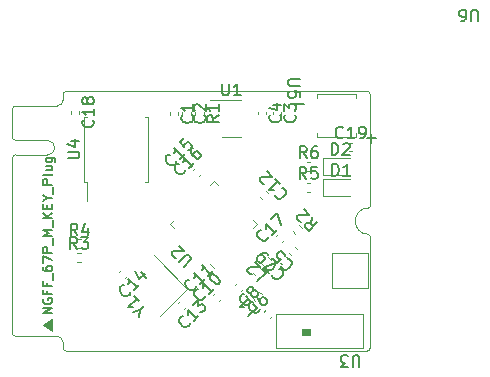
<source format=gbr>
%TF.GenerationSoftware,KiCad,Pcbnew,6.0.7-f9a2dced07~116~ubuntu22.04.1*%
%TF.CreationDate,2022-09-27T00:14:19+08:00*%
%TF.ProjectId,esp32_core_m2,65737033-325f-4636-9f72-655f6d322e6b,rev?*%
%TF.SameCoordinates,Original*%
%TF.FileFunction,Legend,Top*%
%TF.FilePolarity,Positive*%
%FSLAX46Y46*%
G04 Gerber Fmt 4.6, Leading zero omitted, Abs format (unit mm)*
G04 Created by KiCad (PCBNEW 6.0.7-f9a2dced07~116~ubuntu22.04.1) date 2022-09-27 00:14:19*
%MOMM*%
%LPD*%
G01*
G04 APERTURE LIST*
%ADD10C,0.150000*%
%ADD11C,0.120000*%
%ADD12C,0.100000*%
G04 APERTURE END LIST*
D10*
%TO.C,D2*%
X102309704Y-65519580D02*
X102309704Y-64519580D01*
X102547800Y-64519580D01*
X102690657Y-64567200D01*
X102785895Y-64662438D01*
X102833514Y-64757676D01*
X102881133Y-64948152D01*
X102881133Y-65091009D01*
X102833514Y-65281485D01*
X102785895Y-65376723D01*
X102690657Y-65471961D01*
X102547800Y-65519580D01*
X102309704Y-65519580D01*
X103262085Y-64614819D02*
X103309704Y-64567200D01*
X103404942Y-64519580D01*
X103643038Y-64519580D01*
X103738276Y-64567200D01*
X103785895Y-64614819D01*
X103833514Y-64710057D01*
X103833514Y-64805295D01*
X103785895Y-64948152D01*
X103214466Y-65519580D01*
X103833514Y-65519580D01*
%TO.C,D1*%
X102335104Y-67272180D02*
X102335104Y-66272180D01*
X102573200Y-66272180D01*
X102716057Y-66319800D01*
X102811295Y-66415038D01*
X102858914Y-66510276D01*
X102906533Y-66700752D01*
X102906533Y-66843609D01*
X102858914Y-67034085D01*
X102811295Y-67129323D01*
X102716057Y-67224561D01*
X102573200Y-67272180D01*
X102335104Y-67272180D01*
X103858914Y-67272180D02*
X103287485Y-67272180D01*
X103573200Y-67272180D02*
X103573200Y-66272180D01*
X103477961Y-66415038D01*
X103382723Y-66510276D01*
X103287485Y-66557895D01*
%TO.C,C12*%
X98098150Y-68317386D02*
X98165494Y-68317386D01*
X98300181Y-68384730D01*
X98367524Y-68452073D01*
X98434868Y-68586760D01*
X98434868Y-68721447D01*
X98401196Y-68822462D01*
X98300181Y-68990821D01*
X98199166Y-69091836D01*
X98030807Y-69192852D01*
X97929792Y-69226523D01*
X97795105Y-69226523D01*
X97660418Y-69159180D01*
X97593074Y-69091836D01*
X97525731Y-68957149D01*
X97525731Y-68889806D01*
X97492059Y-67576607D02*
X97896120Y-67980668D01*
X97694089Y-67778638D02*
X96986982Y-68485745D01*
X97155341Y-68452073D01*
X97290028Y-68452073D01*
X97391044Y-68485745D01*
X96582921Y-67946997D02*
X96515578Y-67946997D01*
X96414563Y-67913325D01*
X96246204Y-67744966D01*
X96212532Y-67643951D01*
X96212532Y-67576607D01*
X96246204Y-67475592D01*
X96313547Y-67408249D01*
X96448234Y-67340905D01*
X97256356Y-67340905D01*
X96818624Y-66903172D01*
%TO.C,R5*%
X100165333Y-67532180D02*
X99832000Y-67055990D01*
X99593904Y-67532180D02*
X99593904Y-66532180D01*
X99974857Y-66532180D01*
X100070095Y-66579800D01*
X100117714Y-66627419D01*
X100165333Y-66722657D01*
X100165333Y-66865514D01*
X100117714Y-66960752D01*
X100070095Y-67008371D01*
X99974857Y-67055990D01*
X99593904Y-67055990D01*
X101070095Y-66532180D02*
X100593904Y-66532180D01*
X100546285Y-67008371D01*
X100593904Y-66960752D01*
X100689142Y-66913133D01*
X100927238Y-66913133D01*
X101022476Y-66960752D01*
X101070095Y-67008371D01*
X101117714Y-67103609D01*
X101117714Y-67341704D01*
X101070095Y-67436942D01*
X101022476Y-67484561D01*
X100927238Y-67532180D01*
X100689142Y-67532180D01*
X100593904Y-67484561D01*
X100546285Y-67436942D01*
%TO.C,C5*%
X98584745Y-74320156D02*
X98652088Y-74320156D01*
X98786775Y-74387500D01*
X98854119Y-74454844D01*
X98921462Y-74589531D01*
X98921462Y-74724218D01*
X98887791Y-74825233D01*
X98786775Y-74993592D01*
X98685760Y-75094607D01*
X98517401Y-75195622D01*
X98416386Y-75229294D01*
X98281699Y-75229294D01*
X98147012Y-75161950D01*
X98079668Y-75094607D01*
X98012325Y-74959920D01*
X98012325Y-74892576D01*
X97305218Y-74320156D02*
X97641936Y-74656874D01*
X98012325Y-74353828D01*
X97944981Y-74353828D01*
X97843966Y-74320156D01*
X97675607Y-74151798D01*
X97641936Y-74050782D01*
X97641936Y-73983439D01*
X97675607Y-73882424D01*
X97843966Y-73714065D01*
X97944981Y-73680393D01*
X98012325Y-73680393D01*
X98113340Y-73714065D01*
X98281699Y-73882424D01*
X98315371Y-73983439D01*
X98315371Y-74050782D01*
%TO.C,C4*%
X97930352Y-62117266D02*
X97977971Y-62164885D01*
X98025590Y-62307742D01*
X98025590Y-62402980D01*
X97977971Y-62545838D01*
X97882733Y-62641076D01*
X97787495Y-62688695D01*
X97597019Y-62736314D01*
X97454162Y-62736314D01*
X97263686Y-62688695D01*
X97168448Y-62641076D01*
X97073210Y-62545838D01*
X97025590Y-62402980D01*
X97025590Y-62307742D01*
X97073210Y-62164885D01*
X97120829Y-62117266D01*
X97358924Y-61260123D02*
X98025590Y-61260123D01*
X96977971Y-61498219D02*
X97692257Y-61736314D01*
X97692257Y-61117266D01*
%TO.C,C13*%
X90280213Y-79759350D02*
X90280213Y-79826694D01*
X90212869Y-79961381D01*
X90145526Y-80028724D01*
X90010839Y-80096068D01*
X89876152Y-80096068D01*
X89775137Y-80062396D01*
X89606778Y-79961381D01*
X89505763Y-79860366D01*
X89404747Y-79692007D01*
X89371076Y-79590992D01*
X89371076Y-79456305D01*
X89438419Y-79321618D01*
X89505763Y-79254274D01*
X89640450Y-79186931D01*
X89707793Y-79186931D01*
X91020992Y-79153259D02*
X90616931Y-79557320D01*
X90818961Y-79355289D02*
X90111854Y-78648182D01*
X90145526Y-78816541D01*
X90145526Y-78951228D01*
X90111854Y-79052244D01*
X90549587Y-78210450D02*
X90987320Y-77772717D01*
X91020992Y-78277793D01*
X91122007Y-78176778D01*
X91223022Y-78143106D01*
X91290366Y-78143106D01*
X91391381Y-78176778D01*
X91559740Y-78345137D01*
X91593411Y-78446152D01*
X91593411Y-78513495D01*
X91559740Y-78614511D01*
X91357709Y-78816541D01*
X91256694Y-78850213D01*
X91189350Y-78850213D01*
%TO.C,C11*%
X90833336Y-76636451D02*
X90833336Y-76703795D01*
X90765992Y-76838482D01*
X90698649Y-76905825D01*
X90563962Y-76973169D01*
X90429275Y-76973169D01*
X90328260Y-76939497D01*
X90159901Y-76838482D01*
X90058886Y-76737467D01*
X89957870Y-76569108D01*
X89924199Y-76468093D01*
X89924199Y-76333406D01*
X89991542Y-76198719D01*
X90058886Y-76131375D01*
X90193573Y-76064032D01*
X90260916Y-76064032D01*
X91574115Y-76030360D02*
X91170054Y-76434421D01*
X91372084Y-76232390D02*
X90664977Y-75525283D01*
X90698649Y-75693642D01*
X90698649Y-75828329D01*
X90664977Y-75929345D01*
X92247550Y-75356925D02*
X91843489Y-75760986D01*
X92045519Y-75558955D02*
X91338412Y-74851848D01*
X91372084Y-75020207D01*
X91372084Y-75154894D01*
X91338412Y-75255909D01*
%TO.C,C15*%
X89157222Y-66059682D02*
X89157222Y-66127026D01*
X89089878Y-66261713D01*
X89022535Y-66329056D01*
X88887848Y-66396400D01*
X88753161Y-66396400D01*
X88652146Y-66362728D01*
X88483787Y-66261713D01*
X88382772Y-66160698D01*
X88281756Y-65992339D01*
X88248085Y-65891324D01*
X88248085Y-65756637D01*
X88315428Y-65621950D01*
X88382772Y-65554606D01*
X88517459Y-65487263D01*
X88584802Y-65487263D01*
X89898001Y-65453591D02*
X89493940Y-65857652D01*
X89695970Y-65655621D02*
X88988863Y-64948514D01*
X89022535Y-65116873D01*
X89022535Y-65251560D01*
X88988863Y-65352576D01*
X89830657Y-64106721D02*
X89493940Y-64443438D01*
X89796985Y-64813827D01*
X89796985Y-64746484D01*
X89830657Y-64645469D01*
X89999016Y-64477110D01*
X90100031Y-64443438D01*
X90167375Y-64443438D01*
X90268390Y-64477110D01*
X90436749Y-64645469D01*
X90470420Y-64746484D01*
X90470420Y-64813827D01*
X90436749Y-64914843D01*
X90268390Y-65083201D01*
X90167375Y-65116873D01*
X90100031Y-65116873D01*
%TO.C,C6*%
X96195067Y-78523769D02*
X96195067Y-78591112D01*
X96127723Y-78725799D01*
X96060380Y-78793143D01*
X95925692Y-78860486D01*
X95791005Y-78860486D01*
X95689990Y-78826815D01*
X95521631Y-78725799D01*
X95420616Y-78624784D01*
X95319601Y-78456425D01*
X95285929Y-78355410D01*
X95285929Y-78220723D01*
X95353273Y-78086036D01*
X95420616Y-78018692D01*
X95555303Y-77951349D01*
X95622647Y-77951349D01*
X96161395Y-77277914D02*
X96026708Y-77412601D01*
X95993036Y-77513616D01*
X95993036Y-77580960D01*
X96026708Y-77749318D01*
X96127723Y-77917677D01*
X96397097Y-78187051D01*
X96498112Y-78220723D01*
X96565456Y-78220723D01*
X96666471Y-78187051D01*
X96801158Y-78052364D01*
X96834830Y-77951349D01*
X96834830Y-77884005D01*
X96801158Y-77782990D01*
X96632799Y-77614631D01*
X96531784Y-77580960D01*
X96464441Y-77580960D01*
X96363425Y-77614631D01*
X96228738Y-77749318D01*
X96195067Y-77850334D01*
X96195067Y-77917677D01*
X96228738Y-78018692D01*
%TO.C,C18*%
X82085942Y-62552676D02*
X82133561Y-62600295D01*
X82181180Y-62743152D01*
X82181180Y-62838390D01*
X82133561Y-62981247D01*
X82038323Y-63076485D01*
X81943085Y-63124104D01*
X81752609Y-63171723D01*
X81609752Y-63171723D01*
X81419276Y-63124104D01*
X81324038Y-63076485D01*
X81228800Y-62981247D01*
X81181180Y-62838390D01*
X81181180Y-62743152D01*
X81228800Y-62600295D01*
X81276419Y-62552676D01*
X82181180Y-61600295D02*
X82181180Y-62171723D01*
X82181180Y-61886009D02*
X81181180Y-61886009D01*
X81324038Y-61981247D01*
X81419276Y-62076485D01*
X81466895Y-62171723D01*
X81609752Y-61028866D02*
X81562133Y-61124104D01*
X81514514Y-61171723D01*
X81419276Y-61219342D01*
X81371657Y-61219342D01*
X81276419Y-61171723D01*
X81228800Y-61124104D01*
X81181180Y-61028866D01*
X81181180Y-60838390D01*
X81228800Y-60743152D01*
X81276419Y-60695533D01*
X81371657Y-60647914D01*
X81419276Y-60647914D01*
X81514514Y-60695533D01*
X81562133Y-60743152D01*
X81609752Y-60838390D01*
X81609752Y-61028866D01*
X81657371Y-61124104D01*
X81704990Y-61171723D01*
X81800228Y-61219342D01*
X81990704Y-61219342D01*
X82085942Y-61171723D01*
X82133561Y-61124104D01*
X82181180Y-61028866D01*
X82181180Y-60838390D01*
X82133561Y-60743152D01*
X82085942Y-60695533D01*
X81990704Y-60647914D01*
X81800228Y-60647914D01*
X81704990Y-60695533D01*
X81657371Y-60743152D01*
X81609752Y-60838390D01*
%TO.C,R2*%
X100655247Y-70801854D02*
X100554232Y-71374274D01*
X101059308Y-71205915D02*
X100352202Y-71913022D01*
X100082827Y-71643648D01*
X100049156Y-71542633D01*
X100049156Y-71475289D01*
X100082827Y-71374274D01*
X100183843Y-71273259D01*
X100284858Y-71239587D01*
X100352202Y-71239587D01*
X100453217Y-71273259D01*
X100722591Y-71542633D01*
X99746110Y-71172243D02*
X99678766Y-71172243D01*
X99577751Y-71138572D01*
X99409392Y-70970213D01*
X99375721Y-70869197D01*
X99375721Y-70801854D01*
X99409392Y-70700839D01*
X99476736Y-70633495D01*
X99611423Y-70566152D01*
X100419545Y-70566152D01*
X99981812Y-70128419D01*
%TO.C,U2*%
X89779374Y-75001121D02*
X90351794Y-74428701D01*
X90385466Y-74327686D01*
X90385466Y-74260342D01*
X90351794Y-74159327D01*
X90217107Y-74024640D01*
X90116092Y-73990968D01*
X90048748Y-73990968D01*
X89947733Y-74024640D01*
X89375313Y-74597060D01*
X89139611Y-74226670D02*
X89072268Y-74226670D01*
X88971252Y-74192999D01*
X88802894Y-74024640D01*
X88769222Y-73923625D01*
X88769222Y-73856281D01*
X88802894Y-73755266D01*
X88870237Y-73687922D01*
X89004924Y-73620579D01*
X89813046Y-73620579D01*
X89375313Y-73182846D01*
%TO.C,R6*%
X100188733Y-65779580D02*
X99855400Y-65303390D01*
X99617304Y-65779580D02*
X99617304Y-64779580D01*
X99998257Y-64779580D01*
X100093495Y-64827200D01*
X100141114Y-64874819D01*
X100188733Y-64970057D01*
X100188733Y-65112914D01*
X100141114Y-65208152D01*
X100093495Y-65255771D01*
X99998257Y-65303390D01*
X99617304Y-65303390D01*
X101045876Y-64779580D02*
X100855400Y-64779580D01*
X100760161Y-64827200D01*
X100712542Y-64874819D01*
X100617304Y-65017676D01*
X100569685Y-65208152D01*
X100569685Y-65589104D01*
X100617304Y-65684342D01*
X100664923Y-65731961D01*
X100760161Y-65779580D01*
X100950638Y-65779580D01*
X101045876Y-65731961D01*
X101093495Y-65684342D01*
X101141114Y-65589104D01*
X101141114Y-65351009D01*
X101093495Y-65255771D01*
X101045876Y-65208152D01*
X100950638Y-65160533D01*
X100760161Y-65160533D01*
X100664923Y-65208152D01*
X100617304Y-65255771D01*
X100569685Y-65351009D01*
%TO.C,C3*%
X99180142Y-62117266D02*
X99227761Y-62164885D01*
X99275380Y-62307742D01*
X99275380Y-62402980D01*
X99227761Y-62545838D01*
X99132523Y-62641076D01*
X99037285Y-62688695D01*
X98846809Y-62736314D01*
X98703952Y-62736314D01*
X98513476Y-62688695D01*
X98418238Y-62641076D01*
X98323000Y-62545838D01*
X98275380Y-62402980D01*
X98275380Y-62307742D01*
X98323000Y-62164885D01*
X98370619Y-62117266D01*
X98275380Y-61783933D02*
X98275380Y-61164885D01*
X98656333Y-61498219D01*
X98656333Y-61355361D01*
X98703952Y-61260123D01*
X98751571Y-61212504D01*
X98846809Y-61164885D01*
X99084904Y-61164885D01*
X99180142Y-61212504D01*
X99227761Y-61260123D01*
X99275380Y-61355361D01*
X99275380Y-61641076D01*
X99227761Y-61736314D01*
X99180142Y-61783933D01*
%TO.C,R4*%
X80783133Y-72332780D02*
X80449800Y-71856590D01*
X80211704Y-72332780D02*
X80211704Y-71332780D01*
X80592657Y-71332780D01*
X80687895Y-71380400D01*
X80735514Y-71428019D01*
X80783133Y-71523257D01*
X80783133Y-71666114D01*
X80735514Y-71761352D01*
X80687895Y-71808971D01*
X80592657Y-71856590D01*
X80211704Y-71856590D01*
X81640276Y-71666114D02*
X81640276Y-72332780D01*
X81402180Y-71285161D02*
X81164085Y-71999447D01*
X81783133Y-71999447D01*
%TO.C,U3*%
X104647904Y-83478619D02*
X104647904Y-82669095D01*
X104600285Y-82573857D01*
X104552666Y-82526238D01*
X104457428Y-82478619D01*
X104266952Y-82478619D01*
X104171714Y-82526238D01*
X104124095Y-82573857D01*
X104076476Y-82669095D01*
X104076476Y-83478619D01*
X103695523Y-83478619D02*
X103076476Y-83478619D01*
X103409809Y-83097666D01*
X103266952Y-83097666D01*
X103171714Y-83050047D01*
X103124095Y-83002428D01*
X103076476Y-82907190D01*
X103076476Y-82669095D01*
X103124095Y-82573857D01*
X103171714Y-82526238D01*
X103266952Y-82478619D01*
X103552666Y-82478619D01*
X103647904Y-82526238D01*
X103695523Y-82573857D01*
%TO.C,C17*%
X96894725Y-72454662D02*
X96894725Y-72522006D01*
X96827381Y-72656693D01*
X96760038Y-72724036D01*
X96625351Y-72791380D01*
X96490664Y-72791380D01*
X96389649Y-72757708D01*
X96221290Y-72656693D01*
X96120275Y-72555678D01*
X96019259Y-72387319D01*
X95985588Y-72286304D01*
X95985588Y-72151617D01*
X96052931Y-72016930D01*
X96120275Y-71949586D01*
X96254962Y-71882243D01*
X96322305Y-71882243D01*
X97635504Y-71848571D02*
X97231443Y-72252632D01*
X97433473Y-72050601D02*
X96726366Y-71343494D01*
X96760038Y-71511853D01*
X96760038Y-71646540D01*
X96726366Y-71747556D01*
X97164099Y-70905762D02*
X97635504Y-70434357D01*
X98039565Y-71444510D01*
%TO.C,C2*%
X91534742Y-62168066D02*
X91582361Y-62215685D01*
X91629980Y-62358542D01*
X91629980Y-62453780D01*
X91582361Y-62596638D01*
X91487123Y-62691876D01*
X91391885Y-62739495D01*
X91201409Y-62787114D01*
X91058552Y-62787114D01*
X90868076Y-62739495D01*
X90772838Y-62691876D01*
X90677600Y-62596638D01*
X90629980Y-62453780D01*
X90629980Y-62358542D01*
X90677600Y-62215685D01*
X90725219Y-62168066D01*
X90725219Y-61787114D02*
X90677600Y-61739495D01*
X90629980Y-61644257D01*
X90629980Y-61406161D01*
X90677600Y-61310923D01*
X90725219Y-61263304D01*
X90820457Y-61215685D01*
X90915695Y-61215685D01*
X91058552Y-61263304D01*
X91629980Y-61834733D01*
X91629980Y-61215685D01*
%TO.C,C9*%
X97202633Y-74356068D02*
X97269976Y-74356068D01*
X97404663Y-74423412D01*
X97472007Y-74490756D01*
X97539350Y-74625443D01*
X97539350Y-74760130D01*
X97505679Y-74861145D01*
X97404663Y-75029504D01*
X97303648Y-75130519D01*
X97135289Y-75231534D01*
X97034274Y-75265206D01*
X96899587Y-75265206D01*
X96764900Y-75197862D01*
X96697556Y-75130519D01*
X96630213Y-74995832D01*
X96630213Y-74928488D01*
X96933259Y-73952007D02*
X96798572Y-73817320D01*
X96697556Y-73783649D01*
X96630213Y-73783649D01*
X96461854Y-73817320D01*
X96293495Y-73918336D01*
X96024121Y-74187710D01*
X95990450Y-74288725D01*
X95990450Y-74356068D01*
X96024121Y-74457084D01*
X96158808Y-74591771D01*
X96259824Y-74625443D01*
X96327167Y-74625443D01*
X96428182Y-74591771D01*
X96596541Y-74423412D01*
X96630213Y-74322397D01*
X96630213Y-74255053D01*
X96596541Y-74154038D01*
X96461854Y-74019351D01*
X96360839Y-73985679D01*
X96293495Y-73985679D01*
X96192480Y-74019351D01*
%TO.C,U5*%
X99627219Y-59104495D02*
X98817695Y-59104495D01*
X98722457Y-59152114D01*
X98674838Y-59199733D01*
X98627219Y-59294971D01*
X98627219Y-59485447D01*
X98674838Y-59580685D01*
X98722457Y-59628304D01*
X98817695Y-59675923D01*
X99627219Y-59675923D01*
X99627219Y-60628304D02*
X99627219Y-60152114D01*
X99151028Y-60104495D01*
X99198647Y-60152114D01*
X99246266Y-60247352D01*
X99246266Y-60485447D01*
X99198647Y-60580685D01*
X99151028Y-60628304D01*
X99055790Y-60675923D01*
X98817695Y-60675923D01*
X98722457Y-60628304D01*
X98674838Y-60580685D01*
X98627219Y-60485447D01*
X98627219Y-60247352D01*
X98674838Y-60152114D01*
X98722457Y-60104495D01*
%TO.C,C7*%
X97848145Y-75132956D02*
X97915488Y-75132956D01*
X98050175Y-75200300D01*
X98117519Y-75267644D01*
X98184862Y-75402331D01*
X98184862Y-75537018D01*
X98151191Y-75638033D01*
X98050175Y-75806392D01*
X97949160Y-75907407D01*
X97780801Y-76008422D01*
X97679786Y-76042094D01*
X97545099Y-76042094D01*
X97410412Y-75974750D01*
X97343068Y-75907407D01*
X97275725Y-75772720D01*
X97275725Y-75705376D01*
X96972679Y-75537018D02*
X96501275Y-75065613D01*
X97511427Y-74661552D01*
%TO.C,R3*%
X80757733Y-73475780D02*
X80424400Y-72999590D01*
X80186304Y-73475780D02*
X80186304Y-72475780D01*
X80567257Y-72475780D01*
X80662495Y-72523400D01*
X80710114Y-72571019D01*
X80757733Y-72666257D01*
X80757733Y-72809114D01*
X80710114Y-72904352D01*
X80662495Y-72951971D01*
X80567257Y-72999590D01*
X80186304Y-72999590D01*
X81091066Y-72475780D02*
X81710114Y-72475780D01*
X81376780Y-72856733D01*
X81519638Y-72856733D01*
X81614876Y-72904352D01*
X81662495Y-72951971D01*
X81710114Y-73047209D01*
X81710114Y-73285304D01*
X81662495Y-73380542D01*
X81614876Y-73428161D01*
X81519638Y-73475780D01*
X81233923Y-73475780D01*
X81138685Y-73428161D01*
X81091066Y-73380542D01*
%TO.C,L2*%
X96384417Y-75174284D02*
X96721135Y-75511002D01*
X96014028Y-76218108D01*
X95542623Y-75612017D02*
X95475280Y-75612017D01*
X95374265Y-75578345D01*
X95205906Y-75409986D01*
X95172234Y-75308971D01*
X95172234Y-75241627D01*
X95205906Y-75140612D01*
X95273249Y-75073269D01*
X95407936Y-75005925D01*
X96216059Y-75005925D01*
X95778326Y-74568192D01*
%TO.C,U4*%
X79940980Y-65811304D02*
X80750504Y-65811304D01*
X80845742Y-65763685D01*
X80893361Y-65716066D01*
X80940980Y-65620828D01*
X80940980Y-65430352D01*
X80893361Y-65335114D01*
X80845742Y-65287495D01*
X80750504Y-65239876D01*
X79940980Y-65239876D01*
X80274314Y-64335114D02*
X80940980Y-64335114D01*
X79893361Y-64573209D02*
X80607647Y-64811304D01*
X80607647Y-64192257D01*
%TO.C,U1*%
X93043633Y-59475384D02*
X93043633Y-60284908D01*
X93091252Y-60380146D01*
X93138871Y-60427765D01*
X93234109Y-60475384D01*
X93424585Y-60475384D01*
X93519823Y-60427765D01*
X93567442Y-60380146D01*
X93615061Y-60284908D01*
X93615061Y-59475384D01*
X94615061Y-60475384D02*
X94043633Y-60475384D01*
X94329347Y-60475384D02*
X94329347Y-59475384D01*
X94234109Y-59618242D01*
X94138871Y-59713480D01*
X94043633Y-59761099D01*
%TO.C,U6*%
X114692804Y-54201569D02*
X114692804Y-53392045D01*
X114645185Y-53296807D01*
X114597566Y-53249188D01*
X114502328Y-53201569D01*
X114311852Y-53201569D01*
X114216614Y-53249188D01*
X114168995Y-53296807D01*
X114121376Y-53392045D01*
X114121376Y-54201569D01*
X113216614Y-54201569D02*
X113407090Y-54201569D01*
X113502328Y-54153950D01*
X113549947Y-54106330D01*
X113645185Y-53963473D01*
X113692804Y-53772997D01*
X113692804Y-53392045D01*
X113645185Y-53296807D01*
X113597566Y-53249188D01*
X113502328Y-53201569D01*
X113311852Y-53201569D01*
X113216614Y-53249188D01*
X113168995Y-53296807D01*
X113121376Y-53392045D01*
X113121376Y-53630140D01*
X113168995Y-53725378D01*
X113216614Y-53772997D01*
X113311852Y-53820616D01*
X113502328Y-53820616D01*
X113597566Y-53772997D01*
X113645185Y-53725378D01*
X113692804Y-53630140D01*
X99935452Y-61225121D02*
X99173547Y-61225121D01*
X106031452Y-64120721D02*
X105269547Y-64120721D01*
X105650500Y-63739769D02*
X105650500Y-64501673D01*
%TO.C,C10*%
X91560725Y-77458462D02*
X91560725Y-77525806D01*
X91493381Y-77660493D01*
X91426038Y-77727836D01*
X91291351Y-77795180D01*
X91156664Y-77795180D01*
X91055649Y-77761508D01*
X90887290Y-77660493D01*
X90786275Y-77559478D01*
X90685259Y-77391119D01*
X90651588Y-77290104D01*
X90651588Y-77155417D01*
X90718931Y-77020730D01*
X90786275Y-76953386D01*
X90920962Y-76886043D01*
X90988305Y-76886043D01*
X92301504Y-76852371D02*
X91897443Y-77256432D01*
X92099473Y-77054401D02*
X91392366Y-76347294D01*
X91426038Y-76515653D01*
X91426038Y-76650340D01*
X91392366Y-76751356D01*
X92032130Y-75707531D02*
X92099473Y-75640188D01*
X92200488Y-75606516D01*
X92267832Y-75606516D01*
X92368847Y-75640188D01*
X92537206Y-75741203D01*
X92705565Y-75909562D01*
X92806580Y-76077920D01*
X92840252Y-76178936D01*
X92840252Y-76246279D01*
X92806580Y-76347294D01*
X92739236Y-76414638D01*
X92638221Y-76448310D01*
X92570878Y-76448310D01*
X92469862Y-76414638D01*
X92301504Y-76313623D01*
X92133145Y-76145264D01*
X92032130Y-75976905D01*
X91998458Y-75875890D01*
X91998458Y-75808546D01*
X92032130Y-75707531D01*
%TO.C,L1*%
X95622417Y-78095284D02*
X95959135Y-78432002D01*
X95252028Y-79139108D01*
X95016326Y-77489192D02*
X95420387Y-77893253D01*
X95218356Y-77691223D02*
X94511249Y-78398330D01*
X94679608Y-78364658D01*
X94814295Y-78364658D01*
X94915310Y-78398330D01*
%TO.C,C8*%
X95442931Y-77878257D02*
X95442931Y-77945600D01*
X95375587Y-78080287D01*
X95308244Y-78147631D01*
X95173556Y-78214974D01*
X95038869Y-78214974D01*
X94937854Y-78181303D01*
X94769495Y-78080287D01*
X94668480Y-77979272D01*
X94567465Y-77810913D01*
X94533793Y-77709898D01*
X94533793Y-77575211D01*
X94601137Y-77440524D01*
X94668480Y-77373180D01*
X94803167Y-77305837D01*
X94870511Y-77305837D01*
X95510274Y-77137478D02*
X95409259Y-77171150D01*
X95341915Y-77171150D01*
X95240900Y-77137478D01*
X95207228Y-77103806D01*
X95173556Y-77002791D01*
X95173556Y-76935448D01*
X95207228Y-76834432D01*
X95341915Y-76699745D01*
X95442931Y-76666074D01*
X95510274Y-76666074D01*
X95611289Y-76699745D01*
X95644961Y-76733417D01*
X95678633Y-76834432D01*
X95678633Y-76901776D01*
X95644961Y-77002791D01*
X95510274Y-77137478D01*
X95476602Y-77238493D01*
X95476602Y-77305837D01*
X95510274Y-77406852D01*
X95644961Y-77541539D01*
X95745976Y-77575211D01*
X95813320Y-77575211D01*
X95914335Y-77541539D01*
X96049022Y-77406852D01*
X96082694Y-77305837D01*
X96082694Y-77238493D01*
X96049022Y-77137478D01*
X95914335Y-77002791D01*
X95813320Y-76969119D01*
X95745976Y-76969119D01*
X95644961Y-77002791D01*
%TO.C,C19*%
X103268542Y-64017942D02*
X103220923Y-64065561D01*
X103078066Y-64113180D01*
X102982828Y-64113180D01*
X102839971Y-64065561D01*
X102744733Y-63970323D01*
X102697114Y-63875085D01*
X102649495Y-63684609D01*
X102649495Y-63541752D01*
X102697114Y-63351276D01*
X102744733Y-63256038D01*
X102839971Y-63160800D01*
X102982828Y-63113180D01*
X103078066Y-63113180D01*
X103220923Y-63160800D01*
X103268542Y-63208419D01*
X104220923Y-64113180D02*
X103649495Y-64113180D01*
X103935209Y-64113180D02*
X103935209Y-63113180D01*
X103839971Y-63256038D01*
X103744733Y-63351276D01*
X103649495Y-63398895D01*
X104697114Y-64113180D02*
X104887590Y-64113180D01*
X104982828Y-64065561D01*
X105030447Y-64017942D01*
X105125685Y-63875085D01*
X105173304Y-63684609D01*
X105173304Y-63303657D01*
X105125685Y-63208419D01*
X105078066Y-63160800D01*
X104982828Y-63113180D01*
X104792352Y-63113180D01*
X104697114Y-63160800D01*
X104649495Y-63208419D01*
X104601876Y-63303657D01*
X104601876Y-63541752D01*
X104649495Y-63636990D01*
X104697114Y-63684609D01*
X104792352Y-63732228D01*
X104982828Y-63732228D01*
X105078066Y-63684609D01*
X105125685Y-63636990D01*
X105173304Y-63541752D01*
%TO.C,C16*%
X89909725Y-66815862D02*
X89909725Y-66883206D01*
X89842381Y-67017893D01*
X89775038Y-67085236D01*
X89640351Y-67152580D01*
X89505664Y-67152580D01*
X89404649Y-67118908D01*
X89236290Y-67017893D01*
X89135275Y-66916878D01*
X89034259Y-66748519D01*
X89000588Y-66647504D01*
X89000588Y-66512817D01*
X89067931Y-66378130D01*
X89135275Y-66310786D01*
X89269962Y-66243443D01*
X89337305Y-66243443D01*
X90650504Y-66209771D02*
X90246443Y-66613832D01*
X90448473Y-66411801D02*
X89741366Y-65704694D01*
X89775038Y-65873053D01*
X89775038Y-66007740D01*
X89741366Y-66108756D01*
X90549488Y-64896572D02*
X90414801Y-65031259D01*
X90381130Y-65132275D01*
X90381130Y-65199618D01*
X90414801Y-65367977D01*
X90515817Y-65536336D01*
X90785191Y-65805710D01*
X90886206Y-65839381D01*
X90953549Y-65839381D01*
X91054565Y-65805710D01*
X91189252Y-65671023D01*
X91222923Y-65570007D01*
X91222923Y-65502664D01*
X91189252Y-65401649D01*
X91020893Y-65233290D01*
X90919878Y-65199618D01*
X90852534Y-65199618D01*
X90751519Y-65233290D01*
X90616832Y-65367977D01*
X90583160Y-65468992D01*
X90583160Y-65536336D01*
X90616832Y-65637351D01*
%TO.C,R1*%
X92732180Y-62168066D02*
X92255990Y-62501400D01*
X92732180Y-62739495D02*
X91732180Y-62739495D01*
X91732180Y-62358542D01*
X91779800Y-62263304D01*
X91827419Y-62215685D01*
X91922657Y-62168066D01*
X92065514Y-62168066D01*
X92160752Y-62215685D01*
X92208371Y-62263304D01*
X92255990Y-62358542D01*
X92255990Y-62739495D01*
X92732180Y-61215685D02*
X92732180Y-61787114D01*
X92732180Y-61501400D02*
X91732180Y-61501400D01*
X91875038Y-61596638D01*
X91970276Y-61691876D01*
X92017895Y-61787114D01*
%TO.C,C14*%
X85257713Y-77130280D02*
X85257713Y-77197624D01*
X85190369Y-77332311D01*
X85123026Y-77399654D01*
X84988339Y-77466998D01*
X84853652Y-77466998D01*
X84752637Y-77433326D01*
X84584278Y-77332311D01*
X84483263Y-77231296D01*
X84382247Y-77062937D01*
X84348576Y-76961922D01*
X84348576Y-76827235D01*
X84415919Y-76692548D01*
X84483263Y-76625204D01*
X84617950Y-76557861D01*
X84685293Y-76557861D01*
X85998492Y-76524189D02*
X85594431Y-76928250D01*
X85796461Y-76726219D02*
X85089354Y-76019112D01*
X85123026Y-76187471D01*
X85123026Y-76322158D01*
X85089354Y-76423174D01*
X86133179Y-75446693D02*
X86604583Y-75918097D01*
X85695446Y-75345677D02*
X86032163Y-76019112D01*
X86469896Y-75581380D01*
%TO.C,J1*%
X78625204Y-78931476D02*
X77825204Y-78931476D01*
X78625204Y-78474333D01*
X77825204Y-78474333D01*
X77863300Y-77674333D02*
X77825204Y-77750523D01*
X77825204Y-77864809D01*
X77863300Y-77979095D01*
X77939490Y-78055285D01*
X78015680Y-78093380D01*
X78168061Y-78131476D01*
X78282347Y-78131476D01*
X78434728Y-78093380D01*
X78510919Y-78055285D01*
X78587109Y-77979095D01*
X78625204Y-77864809D01*
X78625204Y-77788619D01*
X78587109Y-77674333D01*
X78549014Y-77636238D01*
X78282347Y-77636238D01*
X78282347Y-77788619D01*
X78206157Y-77026714D02*
X78206157Y-77293380D01*
X78625204Y-77293380D02*
X77825204Y-77293380D01*
X77825204Y-76912428D01*
X78206157Y-76341000D02*
X78206157Y-76607666D01*
X78625204Y-76607666D02*
X77825204Y-76607666D01*
X77825204Y-76226714D01*
X78701395Y-76112428D02*
X78701395Y-75502904D01*
X77825204Y-74969571D02*
X77825204Y-75121952D01*
X77863300Y-75198142D01*
X77901395Y-75236238D01*
X78015680Y-75312428D01*
X78168061Y-75350523D01*
X78472823Y-75350523D01*
X78549014Y-75312428D01*
X78587109Y-75274333D01*
X78625204Y-75198142D01*
X78625204Y-75045761D01*
X78587109Y-74969571D01*
X78549014Y-74931476D01*
X78472823Y-74893380D01*
X78282347Y-74893380D01*
X78206157Y-74931476D01*
X78168061Y-74969571D01*
X78129966Y-75045761D01*
X78129966Y-75198142D01*
X78168061Y-75274333D01*
X78206157Y-75312428D01*
X78282347Y-75350523D01*
X77825204Y-74626714D02*
X77825204Y-74093380D01*
X78625204Y-74436238D01*
X78625204Y-73788619D02*
X77825204Y-73788619D01*
X77825204Y-73483857D01*
X77863300Y-73407666D01*
X77901395Y-73369571D01*
X77977585Y-73331476D01*
X78091871Y-73331476D01*
X78168061Y-73369571D01*
X78206157Y-73407666D01*
X78244252Y-73483857D01*
X78244252Y-73788619D01*
X78701395Y-73179095D02*
X78701395Y-72569571D01*
X78625204Y-72379095D02*
X77825204Y-72379095D01*
X78396633Y-72112428D01*
X77825204Y-71845761D01*
X78625204Y-71845761D01*
X78701395Y-71655285D02*
X78701395Y-71045761D01*
X78625204Y-70855285D02*
X77825204Y-70855285D01*
X78625204Y-70398142D02*
X78168061Y-70741000D01*
X77825204Y-70398142D02*
X78282347Y-70855285D01*
X78206157Y-70055285D02*
X78206157Y-69788619D01*
X78625204Y-69674333D02*
X78625204Y-70055285D01*
X77825204Y-70055285D01*
X77825204Y-69674333D01*
X78244252Y-69179095D02*
X78625204Y-69179095D01*
X77825204Y-69445761D02*
X78244252Y-69179095D01*
X77825204Y-68912428D01*
X78701395Y-68836238D02*
X78701395Y-68226714D01*
X78625204Y-68036238D02*
X77825204Y-68036238D01*
X77825204Y-67731476D01*
X77863300Y-67655285D01*
X77901395Y-67617190D01*
X77977585Y-67579095D01*
X78091871Y-67579095D01*
X78168061Y-67617190D01*
X78206157Y-67655285D01*
X78244252Y-67731476D01*
X78244252Y-68036238D01*
X78625204Y-67121952D02*
X78587109Y-67198142D01*
X78510919Y-67236238D01*
X77825204Y-67236238D01*
X78091871Y-66474333D02*
X78625204Y-66474333D01*
X78091871Y-66817190D02*
X78510919Y-66817190D01*
X78587109Y-66779095D01*
X78625204Y-66702904D01*
X78625204Y-66588619D01*
X78587109Y-66512428D01*
X78549014Y-66474333D01*
X78091871Y-65750523D02*
X78739490Y-65750523D01*
X78815680Y-65788619D01*
X78853776Y-65826714D01*
X78891871Y-65902904D01*
X78891871Y-66017190D01*
X78853776Y-66093380D01*
X78587109Y-65750523D02*
X78625204Y-65826714D01*
X78625204Y-65979095D01*
X78587109Y-66055285D01*
X78549014Y-66093380D01*
X78472823Y-66131476D01*
X78244252Y-66131476D01*
X78168061Y-66093380D01*
X78129966Y-66055285D01*
X78091871Y-65979095D01*
X78091871Y-65826714D01*
X78129966Y-65750523D01*
%TO.C,Y1*%
X86090469Y-78666965D02*
X86427187Y-78330247D01*
X85955782Y-79273056D02*
X86090469Y-78666965D01*
X85484378Y-78801652D01*
X85585393Y-77488454D02*
X85989454Y-77892515D01*
X85787423Y-77690484D02*
X85080317Y-78397591D01*
X85248675Y-78363919D01*
X85383362Y-78363919D01*
X85484378Y-78397591D01*
%TO.C,C1*%
X90493342Y-62168066D02*
X90540961Y-62215685D01*
X90588580Y-62358542D01*
X90588580Y-62453780D01*
X90540961Y-62596638D01*
X90445723Y-62691876D01*
X90350485Y-62739495D01*
X90160009Y-62787114D01*
X90017152Y-62787114D01*
X89826676Y-62739495D01*
X89731438Y-62691876D01*
X89636200Y-62596638D01*
X89588580Y-62453780D01*
X89588580Y-62358542D01*
X89636200Y-62215685D01*
X89683819Y-62168066D01*
X90588580Y-61215685D02*
X90588580Y-61787114D01*
X90588580Y-61501400D02*
X89588580Y-61501400D01*
X89731438Y-61596638D01*
X89826676Y-61691876D01*
X89874295Y-61787114D01*
D11*
%TO.C,D2*%
X101562800Y-67232200D02*
X103847800Y-67232200D01*
X101562800Y-65762200D02*
X101562800Y-67232200D01*
X103847800Y-65762200D02*
X101562800Y-65762200D01*
%TO.C,D1*%
X101588200Y-68984800D02*
X103873200Y-68984800D01*
X101588200Y-67514800D02*
X101588200Y-68984800D01*
X103873200Y-67514800D02*
X101588200Y-67514800D01*
%TO.C,C12*%
X96749107Y-68604790D02*
X96901610Y-68757293D01*
X96239990Y-69113907D02*
X96392493Y-69266410D01*
%TO.C,R5*%
X100178359Y-68629800D02*
X100485641Y-68629800D01*
X100178359Y-67869800D02*
X100485641Y-67869800D01*
%TO.C,C5*%
X99365410Y-73456293D02*
X99212907Y-73303790D01*
X98856293Y-73965410D02*
X98703790Y-73812907D01*
%TO.C,C4*%
X96773210Y-61842764D02*
X96773210Y-62058436D01*
X96053210Y-61842764D02*
X96053210Y-62058436D01*
%TO.C,C13*%
X89992810Y-78410307D02*
X89840307Y-78562810D01*
X89483693Y-77901190D02*
X89331190Y-78053693D01*
%TO.C,C11*%
X91524801Y-76571282D02*
X91677304Y-76418779D01*
X92033918Y-77080399D02*
X92186421Y-76927896D01*
%TO.C,C15*%
X89848687Y-65994513D02*
X90001190Y-65842010D01*
X90357804Y-66503630D02*
X90510307Y-66351127D01*
%TO.C,C6*%
X97058931Y-79304434D02*
X97211434Y-79151931D01*
X96549814Y-78795317D02*
X96702317Y-78642814D01*
%TO.C,C18*%
X80208800Y-61801983D02*
X80208800Y-62017655D01*
X80928800Y-61801983D02*
X80928800Y-62017655D01*
%TO.C,R2*%
X99012859Y-71991260D02*
X99230140Y-72208541D01*
X99550260Y-71453859D02*
X99767541Y-71671140D01*
%TO.C,U2*%
X92329000Y-67682903D02*
X91993124Y-68018778D01*
X88637903Y-71374000D02*
X88973778Y-71038124D01*
X88973778Y-71709876D02*
X88637903Y-71374000D01*
X96020097Y-71374000D02*
X95684222Y-71709876D01*
X91993124Y-74729222D02*
X92329000Y-75065097D01*
X95684222Y-71038124D02*
X96020097Y-71374000D01*
X92664876Y-68018778D02*
X92329000Y-67682903D01*
%TO.C,R6*%
X100201759Y-66877200D02*
X100509041Y-66877200D01*
X100201759Y-66117200D02*
X100509041Y-66117200D01*
%TO.C,C3*%
X97303000Y-61842764D02*
X97303000Y-62058436D01*
X98023000Y-61842764D02*
X98023000Y-62058436D01*
%TO.C,R4*%
X80796159Y-72670400D02*
X81103441Y-72670400D01*
X80796159Y-73430400D02*
X81103441Y-73430400D01*
%TO.C,U3*%
X104951000Y-81823000D02*
X97551000Y-81823000D01*
X104951000Y-79023000D02*
X104951000Y-81823000D01*
X97551000Y-79023000D02*
X97551000Y-81823000D01*
X97551000Y-79023000D02*
X104951000Y-79023000D01*
X99782100Y-80248200D02*
X100467900Y-80248200D01*
X100467900Y-80248200D02*
X100467900Y-80781600D01*
X100467900Y-80781600D02*
X99782100Y-80781600D01*
X99782100Y-80781600D02*
X99782100Y-80248200D01*
G36*
X99782100Y-80248200D02*
G01*
X100467900Y-80248200D01*
X100467900Y-80781600D01*
X99782100Y-80781600D01*
X99782100Y-80248200D01*
G37*
%TO.C,C17*%
X97586190Y-72389493D02*
X97738693Y-72236990D01*
X98095307Y-72898610D02*
X98247810Y-72746107D01*
%TO.C,C2*%
X90377600Y-61893564D02*
X90377600Y-62109236D01*
X89657600Y-61893564D02*
X89657600Y-62109236D01*
%TO.C,C9*%
X95681190Y-75489307D02*
X95833693Y-75641810D01*
X96190307Y-74980190D02*
X96342810Y-75132693D01*
%TO.C,U5*%
X105352000Y-73811000D02*
X102352000Y-73811000D01*
X102352000Y-73811000D02*
X102352000Y-76811000D01*
X102352000Y-76811000D02*
X105352000Y-76811000D01*
X105352000Y-76811000D02*
X105352000Y-73811000D01*
%TO.C,C7*%
X98628810Y-74269093D02*
X98476307Y-74116590D01*
X98119693Y-74778210D02*
X97967190Y-74625707D01*
%TO.C,R3*%
X80770759Y-73813400D02*
X81078041Y-73813400D01*
X80770759Y-74573400D02*
X81078041Y-74573400D01*
%TO.C,L2*%
X97151341Y-74388940D02*
X96934060Y-74171659D01*
X96613940Y-74926341D02*
X96396659Y-74709060D01*
%TO.C,U4*%
X81583600Y-67774400D02*
X81583600Y-69449400D01*
X81323600Y-67774400D02*
X81583600Y-67774400D01*
X81323600Y-62324400D02*
X81583600Y-62324400D01*
X86773600Y-65049400D02*
X86773600Y-67774400D01*
X86773600Y-65049400D02*
X86773600Y-62324400D01*
X81323600Y-65049400D02*
X81323600Y-62324400D01*
X86773600Y-67774400D02*
X86513600Y-67774400D01*
X81323600Y-65049400D02*
X81323600Y-67774400D01*
X86773600Y-62324400D02*
X86513600Y-62324400D01*
%TO.C,U1*%
X93805538Y-60863004D02*
X94605538Y-60863004D01*
X93805538Y-63983004D02*
X93005538Y-63983004D01*
X93805538Y-60863004D02*
X92005538Y-60863004D01*
X93805538Y-63983004D02*
X94605538Y-63983004D01*
%TO.C,U6*%
X101078500Y-63963550D02*
X101053100Y-63963550D01*
X101053100Y-64001650D02*
X101053100Y-63671450D01*
X104355100Y-64001650D02*
X104355100Y-63671450D01*
X104355100Y-60356750D02*
X104355100Y-60686950D01*
X104355100Y-60356750D02*
X101053100Y-60356750D01*
X101053100Y-64001650D02*
X104355100Y-64001650D01*
X101053100Y-60356750D02*
X101053100Y-60686950D01*
%TO.C,C10*%
X92761307Y-77902410D02*
X92913810Y-77749907D01*
X92252190Y-77393293D02*
X92404693Y-77240790D01*
%TO.C,L1*%
X96389341Y-77309940D02*
X96172060Y-77092659D01*
X95851940Y-77847341D02*
X95634659Y-77630060D01*
%TO.C,C8*%
X94309693Y-76356814D02*
X94157190Y-76509317D01*
X94818810Y-76865931D02*
X94666307Y-77018434D01*
%TO.C,C19*%
X103803564Y-65180800D02*
X104019236Y-65180800D01*
X103803564Y-64460800D02*
X104019236Y-64460800D01*
%TO.C,C16*%
X91110307Y-67259810D02*
X91262810Y-67107307D01*
X90601190Y-66750693D02*
X90753693Y-66598190D01*
%TO.C,R1*%
X90729800Y-61847759D02*
X90729800Y-62155041D01*
X91489800Y-61847759D02*
X91489800Y-62155041D01*
%TO.C,C14*%
X84970310Y-75781237D02*
X84817807Y-75933740D01*
X84461193Y-75272120D02*
X84308690Y-75424623D01*
%TO.C,J1*%
X105422700Y-70002400D02*
X105575100Y-69850000D01*
X75272900Y-65786000D02*
X75272900Y-80594200D01*
X75544700Y-64287400D02*
X78244700Y-64287400D01*
X105575100Y-69850000D02*
X105575100Y-60401200D01*
X75552300Y-80873600D02*
X79057500Y-80873600D01*
X75272900Y-64008000D02*
X75272900Y-61645800D01*
X79565500Y-60401200D02*
X79565500Y-60858400D01*
X79565500Y-81381600D02*
X79565500Y-81838800D01*
X75552300Y-65506600D02*
X78244700Y-65506600D01*
X75552300Y-61366400D02*
X79057500Y-61366400D01*
X105575100Y-72390000D02*
X105575100Y-81838800D01*
X79844900Y-82118200D02*
X105295700Y-82118200D01*
X105422700Y-72237600D02*
X105575100Y-72390000D01*
X79844900Y-60121800D02*
X105295700Y-60121800D01*
X79565500Y-81838800D02*
G75*
G03*
X79844900Y-82118200I279399J-1D01*
G01*
X105422700Y-70002400D02*
G75*
G03*
X105422700Y-72237600I0J-1117600D01*
G01*
X79565500Y-81381600D02*
G75*
G03*
X79057500Y-80873600I-508001J-1D01*
G01*
X75272900Y-80594200D02*
G75*
G03*
X75552300Y-80873600I279399J-1D01*
G01*
X105295700Y-82118200D02*
G75*
G03*
X105575100Y-81838800I1J279399D01*
G01*
X79844900Y-60121800D02*
G75*
G03*
X79565500Y-60401200I0J-279400D01*
G01*
X105575100Y-60401200D02*
G75*
G03*
X105295700Y-60121800I-279400J0D01*
G01*
X75272900Y-64008000D02*
G75*
G03*
X75552300Y-64287400I279400J0D01*
G01*
X75552300Y-65506600D02*
G75*
G03*
X75272900Y-65786000I0J-279400D01*
G01*
X78244700Y-65506600D02*
G75*
G03*
X78244700Y-64287400I0J609600D01*
G01*
X75552300Y-61366400D02*
G75*
G03*
X75272900Y-61645800I0J-279400D01*
G01*
X79057500Y-61366400D02*
G75*
G03*
X79565500Y-60858400I0J508000D01*
G01*
G36*
X78600300Y-80391000D02*
G01*
X77838300Y-79883000D01*
X78600300Y-79375000D01*
X78600300Y-80391000D01*
G37*
D12*
X78600300Y-80391000D02*
X77838300Y-79883000D01*
X78600300Y-79375000D01*
X78600300Y-80391000D01*
D11*
%TO.C,Y1*%
X87750487Y-79161940D02*
X90083940Y-76828487D01*
X90083940Y-76828487D02*
X87255513Y-74000060D01*
%TO.C,C1*%
X89336200Y-61893564D02*
X89336200Y-62109236D01*
X88616200Y-61893564D02*
X88616200Y-62109236D01*
%TD*%
M02*

</source>
